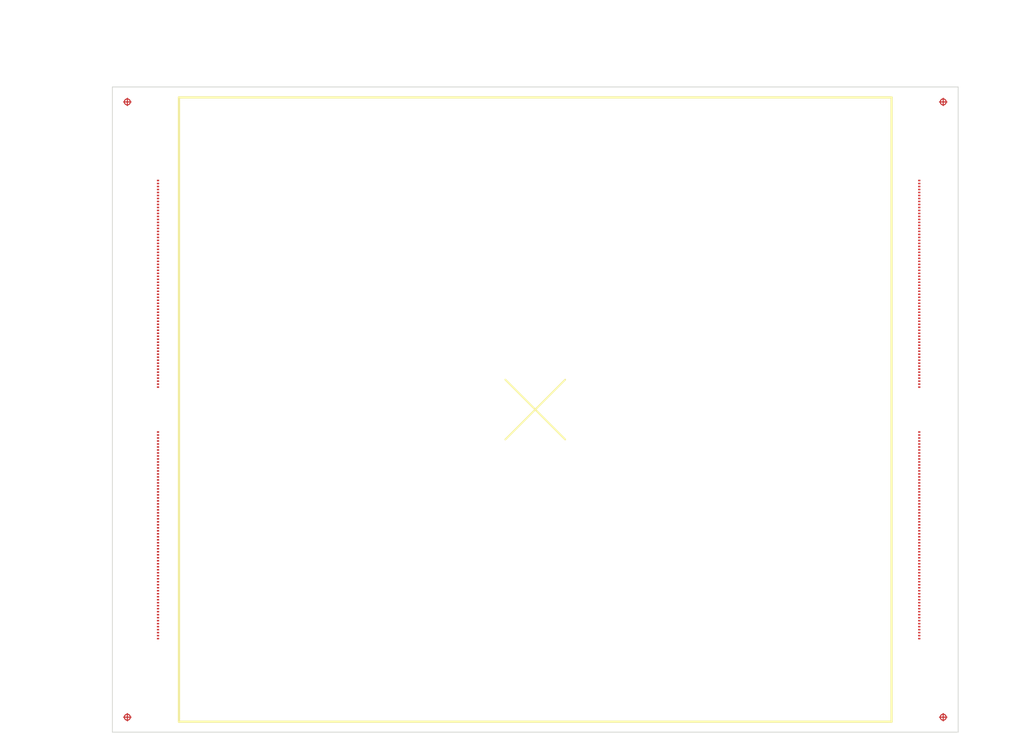
<source format=kicad_pcb>
(kicad_pcb (version 20171130) (host pcbnew "(5.1.10)-1")

  (general
    (thickness 1.6)
    (drawings 16)
    (tracks 0)
    (zones 0)
    (modules 12)
    (nets 1)
  )

  (page A4)
  (layers
    (0 F.Cu signal)
    (31 B.Cu signal)
    (32 B.Adhes user)
    (33 F.Adhes user)
    (34 B.Paste user)
    (35 F.Paste user)
    (36 B.SilkS user)
    (37 F.SilkS user)
    (38 B.Mask user)
    (39 F.Mask user)
    (40 Dwgs.User user)
    (41 Cmts.User user)
    (42 Eco1.User user)
    (43 Eco2.User user hide)
    (44 Edge.Cuts user)
    (45 Margin user hide)
    (46 B.CrtYd user hide)
    (47 F.CrtYd user hide)
    (48 B.Fab user hide)
    (49 F.Fab user hide)
  )

  (setup
    (last_trace_width 0.25)
    (trace_clearance 0.2)
    (zone_clearance 0.508)
    (zone_45_only no)
    (trace_min 0.2)
    (via_size 0.8)
    (via_drill 0.4)
    (via_min_size 0.4)
    (via_min_drill 0.3)
    (uvia_size 0.3)
    (uvia_drill 0.1)
    (uvias_allowed no)
    (uvia_min_size 0.2)
    (uvia_min_drill 0.1)
    (edge_width 0.05)
    (segment_width 0.2)
    (pcb_text_width 0.3)
    (pcb_text_size 1.5 1.5)
    (mod_edge_width 0.12)
    (mod_text_size 1 1)
    (mod_text_width 0.15)
    (pad_size 2.5 2.5)
    (pad_drill 2.5)
    (pad_to_mask_clearance 0)
    (aux_axis_origin 0 0)
    (visible_elements 7FFFFFFF)
    (pcbplotparams
      (layerselection 0x010a8_7fffffff)
      (usegerberextensions false)
      (usegerberattributes true)
      (usegerberadvancedattributes true)
      (creategerberjobfile true)
      (excludeedgelayer true)
      (linewidth 0.100000)
      (plotframeref false)
      (viasonmask false)
      (mode 1)
      (useauxorigin false)
      (hpglpennumber 1)
      (hpglpenspeed 20)
      (hpglpendiameter 15.000000)
      (psnegative false)
      (psa4output false)
      (plotreference true)
      (plotvalue true)
      (plotinvisibletext false)
      (padsonsilk false)
      (subtractmaskfromsilk false)
      (outputformat 1)
      (mirror false)
      (drillshape 0)
      (scaleselection 1)
      (outputdirectory "fab_outputs/"))
  )

  (net 0 "")

  (net_class Default "This is the default net class."
    (clearance 0.2)
    (trace_width 0.25)
    (via_dia 0.8)
    (via_drill 0.4)
    (uvia_dia 0.3)
    (uvia_drill 0.1)
  )

  (module unl_silab:crossed_circle_fiducial (layer F.Cu) (tedit 5DEEB95A) (tstamp 5FA4CBE0)
    (at 190.12 115.76)
    (fp_text reference REF** (at 0 0) (layer F.Fab) hide
      (effects (font (size 1 1) (thickness 0.15)))
    )
    (fp_text value crossed_circle_fiducial (at 0 0) (layer F.Fab) hide
      (effects (font (size 1 1) (thickness 0.15)))
    )
    (fp_circle (center 0 0) (end 0.01 0) (layer F.Mask) (width 0.6))
    (fp_line (start 0.25 0) (end -0.25 0) (layer F.Cu) (width 0.07))
    (fp_line (start 0 -0.25) (end 0 0.25) (layer F.Cu) (width 0.07))
    (fp_circle (center 0 0) (end 0.2 0) (layer F.Cu) (width 0.07))
  )

  (module unl_silab:crossed_circle_fiducial (layer F.Cu) (tedit 5DEEB95A) (tstamp 5FA4CBE0)
    (at 135.62 115.76)
    (fp_text reference REF** (at 0 0) (layer F.Fab) hide
      (effects (font (size 1 1) (thickness 0.15)))
    )
    (fp_text value crossed_circle_fiducial (at 0 0) (layer F.Fab) hide
      (effects (font (size 1 1) (thickness 0.15)))
    )
    (fp_circle (center 0 0) (end 0.01 0) (layer F.Mask) (width 0.6))
    (fp_line (start 0.25 0) (end -0.25 0) (layer F.Cu) (width 0.07))
    (fp_line (start 0 -0.25) (end 0 0.25) (layer F.Cu) (width 0.07))
    (fp_circle (center 0 0) (end 0.2 0) (layer F.Cu) (width 0.07))
  )

  (module unl_silab:crossed_circle_fiducial (layer F.Cu) (tedit 5DEEB95A) (tstamp 5FA4CB92)
    (at 190.12 74.66)
    (fp_text reference REF** (at 0 0) (layer B.Fab) hide
      (effects (font (size 1 1) (thickness 0.15)))
    )
    (fp_text value crossed_circle_fiducial (at 0 0) (layer F.Fab) hide
      (effects (font (size 1 1) (thickness 0.15)))
    )
    (fp_circle (center 0 0) (end 0.01 0) (layer F.Mask) (width 0.6))
    (fp_line (start 0.25 0) (end -0.25 0) (layer F.Cu) (width 0.07))
    (fp_line (start 0 -0.25) (end 0 0.25) (layer F.Cu) (width 0.07))
    (fp_circle (center 0 0) (end 0.2 0) (layer F.Cu) (width 0.07))
  )

  (module MountingHole:MountingHole_2.5mm (layer F.Cu) (tedit 56D1B4CB) (tstamp 5FA4C721)
    (at 188.62 77.16)
    (descr "Mounting Hole 2.5mm, no annular")
    (tags "mounting hole 2.5mm no annular")
    (attr virtual)
    (fp_text reference REF** (at 0 -3.5) (layer F.Fab) hide
      (effects (font (size 1 1) (thickness 0.15)))
    )
    (fp_text value MountingHole_2.5mm (at 0 3.5) (layer F.Fab)
      (effects (font (size 1 1) (thickness 0.15)))
    )
    (fp_circle (center 0 0) (end 2.75 0) (layer F.CrtYd) (width 0.05))
    (fp_circle (center 0 0) (end 2.5 0) (layer Cmts.User) (width 0.15))
    (fp_text user %R (at 0.3 0) (layer F.Fab)
      (effects (font (size 1 1) (thickness 0.15)))
    )
    (pad 1 np_thru_hole circle (at 0 0) (size 2.5 2.5) (drill 2.5) (layers *.Cu *.Mask))
  )

  (module MountingHole:MountingHole_2.5mm (layer F.Cu) (tedit 56D1B4CB) (tstamp 5FA4C721)
    (at 188.62 113.26)
    (descr "Mounting Hole 2.5mm, no annular")
    (tags "mounting hole 2.5mm no annular")
    (attr virtual)
    (fp_text reference REF** (at 0 -3.5) (layer F.Fab) hide
      (effects (font (size 1 1) (thickness 0.15)))
    )
    (fp_text value MountingHole_2.5mm (at 0 3.5) (layer F.Fab)
      (effects (font (size 1 1) (thickness 0.15)))
    )
    (fp_circle (center 0 0) (end 2.75 0) (layer F.CrtYd) (width 0.05))
    (fp_circle (center 0 0) (end 2.5 0) (layer Cmts.User) (width 0.15))
    (fp_text user %R (at 0.3 0) (layer F.Fab)
      (effects (font (size 1 1) (thickness 0.15)))
    )
    (pad 1 np_thru_hole circle (at 0 0) (size 2.5 2.5) (drill 2.5) (layers *.Cu *.Mask))
  )

  (module MountingHole:MountingHole_2.5mm (layer F.Cu) (tedit 56D1B4CB) (tstamp 5FA4C721)
    (at 137.12 113.26)
    (descr "Mounting Hole 2.5mm, no annular")
    (tags "mounting hole 2.5mm no annular")
    (attr virtual)
    (fp_text reference REF** (at 0 -3.5) (layer F.Fab) hide
      (effects (font (size 1 1) (thickness 0.15)))
    )
    (fp_text value MountingHole_2.5mm (at 0 3.5) (layer F.Fab)
      (effects (font (size 1 1) (thickness 0.15)))
    )
    (fp_circle (center 0 0) (end 2.75 0) (layer F.CrtYd) (width 0.05))
    (fp_circle (center 0 0) (end 2.5 0) (layer Cmts.User) (width 0.15))
    (fp_text user %R (at 0.3 0) (layer F.Fab)
      (effects (font (size 1 1) (thickness 0.15)))
    )
    (pad 1 np_thru_hole circle (at 0 0) (size 2.5 2.5) (drill 2.5) (layers *.Cu *.Mask))
  )

  (module MountingHole:MountingHole_2.5mm (layer F.Cu) (tedit 56D1B4CB) (tstamp 5FA4C6EC)
    (at 137.12 77.16)
    (descr "Mounting Hole 2.5mm, no annular")
    (tags "mounting hole 2.5mm no annular")
    (attr virtual)
    (fp_text reference REF** (at 0 -3.5) (layer F.Fab) hide
      (effects (font (size 1 1) (thickness 0.15)))
    )
    (fp_text value MountingHole_2.5mm (at 0 3.5) (layer F.Fab)
      (effects (font (size 1 1) (thickness 0.15)))
    )
    (fp_circle (center 0 0) (end 2.75 0) (layer F.CrtYd) (width 0.05))
    (fp_circle (center 0 0) (end 2.5 0) (layer Cmts.User) (width 0.15))
    (fp_text user %R (at 0.3 0) (layer F.Fab)
      (effects (font (size 1 1) (thickness 0.15)))
    )
    (pad 1 np_thru_hole circle (at 0 0) (size 2.5 2.5) (drill 2.5) (layers *.Cu *.Mask))
  )

  (module unl_silab:crossed_circle_fiducial (layer F.Cu) (tedit 5DEEB95A) (tstamp 5FA4C58C)
    (at 135.62 74.66)
    (fp_text reference REF** (at 0 0) (layer F.Fab) hide
      (effects (font (size 1 1) (thickness 0.15)))
    )
    (fp_text value crossed_circle_fiducial (at 0 0) (layer F.Fab) hide
      (effects (font (size 1 1) (thickness 0.15)))
    )
    (fp_circle (center 0 0) (end 0.01 0) (layer F.Mask) (width 0.6))
    (fp_line (start 0.25 0) (end -0.25 0) (layer F.Cu) (width 0.07))
    (fp_line (start 0 -0.25) (end 0 0.25) (layer F.Cu) (width 0.07))
    (fp_circle (center 0 0) (end 0.2 0) (layer F.Cu) (width 0.07))
  )

  (module unl_silab:ETROC_70pad_100x150um_200um_pitch (layer F.Cu) (tedit 5E45C4FB) (tstamp 5FA4C13F)
    (at 188.52 110.51 90)
    (fp_text reference ETROC** (at 0 0.5 90) (layer F.Fab) hide
      (effects (font (size 1 1) (thickness 0.15)))
    )
    (fp_text value ETROC_70pad_100x150um_200um_pitch (at 0 -0.5 90) (layer F.Fab) hide
      (effects (font (size 1 1) (thickness 0.15)))
    )
    (pad 1 smd rect (at 0 0 90) (size 0.1 0.15) (layers F.Cu F.Mask))
    (pad 2 smd rect (at 0.2 0 90) (size 0.1 0.15) (layers F.Cu F.Mask))
    (pad 3 smd rect (at 0.4 0 90) (size 0.1 0.15) (layers F.Cu F.Mask))
    (pad 4 smd rect (at 0.6 0 90) (size 0.1 0.15) (layers F.Cu F.Mask))
    (pad 5 smd rect (at 0.8 0 90) (size 0.1 0.15) (layers F.Cu F.Mask))
    (pad 6 smd rect (at 1 0 90) (size 0.1 0.15) (layers F.Cu F.Mask))
    (pad 7 smd rect (at 1.2 0 90) (size 0.1 0.15) (layers F.Cu F.Mask))
    (pad 8 smd rect (at 1.4 0 90) (size 0.1 0.15) (layers F.Cu F.Mask))
    (pad 9 smd rect (at 1.6 0 90) (size 0.1 0.15) (layers F.Cu F.Mask))
    (pad 10 smd rect (at 1.8 0 90) (size 0.1 0.15) (layers F.Cu F.Mask))
    (pad 11 smd rect (at 2 0 90) (size 0.1 0.15) (layers F.Cu F.Mask))
    (pad 12 smd rect (at 2.2 0 90) (size 0.1 0.15) (layers F.Cu F.Mask))
    (pad 13 smd rect (at 2.4 0 90) (size 0.1 0.15) (layers F.Cu F.Mask))
    (pad 14 smd rect (at 2.6 0 90) (size 0.1 0.15) (layers F.Cu F.Mask))
    (pad 15 smd rect (at 2.8 0 90) (size 0.1 0.15) (layers F.Cu F.Mask))
    (pad 16 smd rect (at 3 0 90) (size 0.1 0.15) (layers F.Cu F.Mask))
    (pad 17 smd rect (at 3.2 0 90) (size 0.1 0.15) (layers F.Cu F.Mask))
    (pad 18 smd rect (at 3.4 0 90) (size 0.1 0.15) (layers F.Cu F.Mask))
    (pad 19 smd rect (at 3.6 0 90) (size 0.1 0.15) (layers F.Cu F.Mask))
    (pad 20 smd rect (at 3.8 0 90) (size 0.1 0.15) (layers F.Cu F.Mask))
    (pad 21 smd rect (at 4 0 90) (size 0.1 0.15) (layers F.Cu F.Mask))
    (pad 22 smd rect (at 4.2 0 90) (size 0.1 0.15) (layers F.Cu F.Mask))
    (pad 23 smd rect (at 4.4 0 90) (size 0.1 0.15) (layers F.Cu F.Mask))
    (pad 24 smd rect (at 4.6 0 90) (size 0.1 0.15) (layers F.Cu F.Mask))
    (pad 25 smd rect (at 4.8 0 90) (size 0.1 0.15) (layers F.Cu F.Mask))
    (pad 26 smd rect (at 5 0 90) (size 0.1 0.15) (layers F.Cu F.Mask))
    (pad 27 smd rect (at 5.2 0 90) (size 0.1 0.15) (layers F.Cu F.Mask))
    (pad 28 smd rect (at 5.4 0 90) (size 0.1 0.15) (layers F.Cu F.Mask))
    (pad 29 smd rect (at 5.6 0 90) (size 0.1 0.15) (layers F.Cu F.Mask))
    (pad 30 smd rect (at 5.8 0 90) (size 0.1 0.15) (layers F.Cu F.Mask))
    (pad 31 smd rect (at 6 0 90) (size 0.1 0.15) (layers F.Cu F.Mask))
    (pad 32 smd rect (at 6.2 0 90) (size 0.1 0.15) (layers F.Cu F.Mask))
    (pad 33 smd rect (at 6.4 0 90) (size 0.1 0.15) (layers F.Cu F.Mask))
    (pad 34 smd rect (at 6.6 0 90) (size 0.1 0.15) (layers F.Cu F.Mask))
    (pad 35 smd rect (at 6.8 0 90) (size 0.1 0.15) (layers F.Cu F.Mask))
    (pad 36 smd rect (at 7 0 90) (size 0.1 0.15) (layers F.Cu F.Mask))
    (pad 37 smd rect (at 7.2 0 90) (size 0.1 0.15) (layers F.Cu F.Mask))
    (pad 38 smd rect (at 7.4 0 90) (size 0.1 0.15) (layers F.Cu F.Mask))
    (pad 39 smd rect (at 7.6 0 90) (size 0.1 0.15) (layers F.Cu F.Mask))
    (pad 40 smd rect (at 7.8 0 90) (size 0.1 0.15) (layers F.Cu F.Mask))
    (pad 41 smd rect (at 8 0 90) (size 0.1 0.15) (layers F.Cu F.Mask))
    (pad 42 smd rect (at 8.2 0 90) (size 0.1 0.15) (layers F.Cu F.Mask))
    (pad 43 smd rect (at 8.4 0 90) (size 0.1 0.15) (layers F.Cu F.Mask))
    (pad 44 smd rect (at 8.6 0 90) (size 0.1 0.15) (layers F.Cu F.Mask))
    (pad 45 smd rect (at 8.8 0 90) (size 0.1 0.15) (layers F.Cu F.Mask))
    (pad 46 smd rect (at 9 0 90) (size 0.1 0.15) (layers F.Cu F.Mask))
    (pad 47 smd rect (at 9.2 0 90) (size 0.1 0.15) (layers F.Cu F.Mask))
    (pad 48 smd rect (at 9.4 0 90) (size 0.1 0.15) (layers F.Cu F.Mask))
    (pad 49 smd rect (at 9.6 0 90) (size 0.1 0.15) (layers F.Cu F.Mask))
    (pad 50 smd rect (at 9.8 0 90) (size 0.1 0.15) (layers F.Cu F.Mask))
    (pad 51 smd rect (at 10 0 90) (size 0.1 0.15) (layers F.Cu F.Mask))
    (pad 52 smd rect (at 10.2 0 90) (size 0.1 0.15) (layers F.Cu F.Mask))
    (pad 53 smd rect (at 10.4 0 90) (size 0.1 0.15) (layers F.Cu F.Mask))
    (pad 54 smd rect (at 10.6 0 90) (size 0.1 0.15) (layers F.Cu F.Mask))
    (pad 55 smd rect (at 10.8 0 90) (size 0.1 0.15) (layers F.Cu F.Mask))
    (pad 56 smd rect (at 11 0 90) (size 0.1 0.15) (layers F.Cu F.Mask))
    (pad 57 smd rect (at 11.2 0 90) (size 0.1 0.15) (layers F.Cu F.Mask))
    (pad 58 smd rect (at 11.4 0 90) (size 0.1 0.15) (layers F.Cu F.Mask))
    (pad 59 smd rect (at 11.6 0 90) (size 0.1 0.15) (layers F.Cu F.Mask))
    (pad 60 smd rect (at 11.8 0 90) (size 0.1 0.15) (layers F.Cu F.Mask))
    (pad 61 smd rect (at 12 0 90) (size 0.1 0.15) (layers F.Cu F.Mask))
    (pad 62 smd rect (at 12.2 0 90) (size 0.1 0.15) (layers F.Cu F.Mask))
    (pad 63 smd rect (at 12.4 0 90) (size 0.1 0.15) (layers F.Cu F.Mask))
    (pad 64 smd rect (at 12.6 0 90) (size 0.1 0.15) (layers F.Cu F.Mask))
    (pad 65 smd rect (at 12.8 0 90) (size 0.1 0.15) (layers F.Cu F.Mask))
    (pad 66 smd rect (at 13 0 90) (size 0.1 0.15) (layers F.Cu F.Mask))
    (pad 67 smd rect (at 13.2 0 90) (size 0.1 0.15) (layers F.Cu F.Mask))
    (pad 68 smd rect (at 13.4 0 90) (size 0.1 0.15) (layers F.Cu F.Mask))
    (pad 69 smd rect (at 13.6 0 90) (size 0.1 0.15) (layers F.Cu F.Mask))
    (pad 70 smd rect (at 13.8 0 90) (size 0.1 0.15) (layers F.Cu F.Mask))
  )

  (module unl_silab:ETROC_70pad_100x150um_200um_pitch (layer F.Cu) (tedit 5E45C4FB) (tstamp 5FA4C0F6)
    (at 188.52 79.91 270)
    (fp_text reference ETROC** (at 0 0.5 90) (layer B.Fab) hide
      (effects (font (size 1 1) (thickness 0.15)))
    )
    (fp_text value ETROC_70pad_100x150um_200um_pitch (at 0 -0.5 90) (layer F.Fab) hide
      (effects (font (size 1 1) (thickness 0.15)))
    )
    (pad 1 smd rect (at 0 0 270) (size 0.1 0.15) (layers F.Cu F.Mask))
    (pad 2 smd rect (at 0.2 0 270) (size 0.1 0.15) (layers F.Cu F.Mask))
    (pad 3 smd rect (at 0.4 0 270) (size 0.1 0.15) (layers F.Cu F.Mask))
    (pad 4 smd rect (at 0.6 0 270) (size 0.1 0.15) (layers F.Cu F.Mask))
    (pad 5 smd rect (at 0.8 0 270) (size 0.1 0.15) (layers F.Cu F.Mask))
    (pad 6 smd rect (at 1 0 270) (size 0.1 0.15) (layers F.Cu F.Mask))
    (pad 7 smd rect (at 1.2 0 270) (size 0.1 0.15) (layers F.Cu F.Mask))
    (pad 8 smd rect (at 1.4 0 270) (size 0.1 0.15) (layers F.Cu F.Mask))
    (pad 9 smd rect (at 1.6 0 270) (size 0.1 0.15) (layers F.Cu F.Mask))
    (pad 10 smd rect (at 1.8 0 270) (size 0.1 0.15) (layers F.Cu F.Mask))
    (pad 11 smd rect (at 2 0 270) (size 0.1 0.15) (layers F.Cu F.Mask))
    (pad 12 smd rect (at 2.2 0 270) (size 0.1 0.15) (layers F.Cu F.Mask))
    (pad 13 smd rect (at 2.4 0 270) (size 0.1 0.15) (layers F.Cu F.Mask))
    (pad 14 smd rect (at 2.6 0 270) (size 0.1 0.15) (layers F.Cu F.Mask))
    (pad 15 smd rect (at 2.8 0 270) (size 0.1 0.15) (layers F.Cu F.Mask))
    (pad 16 smd rect (at 3 0 270) (size 0.1 0.15) (layers F.Cu F.Mask))
    (pad 17 smd rect (at 3.2 0 270) (size 0.1 0.15) (layers F.Cu F.Mask))
    (pad 18 smd rect (at 3.4 0 270) (size 0.1 0.15) (layers F.Cu F.Mask))
    (pad 19 smd rect (at 3.6 0 270) (size 0.1 0.15) (layers F.Cu F.Mask))
    (pad 20 smd rect (at 3.8 0 270) (size 0.1 0.15) (layers F.Cu F.Mask))
    (pad 21 smd rect (at 4 0 270) (size 0.1 0.15) (layers F.Cu F.Mask))
    (pad 22 smd rect (at 4.2 0 270) (size 0.1 0.15) (layers F.Cu F.Mask))
    (pad 23 smd rect (at 4.4 0 270) (size 0.1 0.15) (layers F.Cu F.Mask))
    (pad 24 smd rect (at 4.6 0 270) (size 0.1 0.15) (layers F.Cu F.Mask))
    (pad 25 smd rect (at 4.8 0 270) (size 0.1 0.15) (layers F.Cu F.Mask))
    (pad 26 smd rect (at 5 0 270) (size 0.1 0.15) (layers F.Cu F.Mask))
    (pad 27 smd rect (at 5.2 0 270) (size 0.1 0.15) (layers F.Cu F.Mask))
    (pad 28 smd rect (at 5.4 0 270) (size 0.1 0.15) (layers F.Cu F.Mask))
    (pad 29 smd rect (at 5.6 0 270) (size 0.1 0.15) (layers F.Cu F.Mask))
    (pad 30 smd rect (at 5.8 0 270) (size 0.1 0.15) (layers F.Cu F.Mask))
    (pad 31 smd rect (at 6 0 270) (size 0.1 0.15) (layers F.Cu F.Mask))
    (pad 32 smd rect (at 6.2 0 270) (size 0.1 0.15) (layers F.Cu F.Mask))
    (pad 33 smd rect (at 6.4 0 270) (size 0.1 0.15) (layers F.Cu F.Mask))
    (pad 34 smd rect (at 6.6 0 270) (size 0.1 0.15) (layers F.Cu F.Mask))
    (pad 35 smd rect (at 6.8 0 270) (size 0.1 0.15) (layers F.Cu F.Mask))
    (pad 36 smd rect (at 7 0 270) (size 0.1 0.15) (layers F.Cu F.Mask))
    (pad 37 smd rect (at 7.2 0 270) (size 0.1 0.15) (layers F.Cu F.Mask))
    (pad 38 smd rect (at 7.4 0 270) (size 0.1 0.15) (layers F.Cu F.Mask))
    (pad 39 smd rect (at 7.6 0 270) (size 0.1 0.15) (layers F.Cu F.Mask))
    (pad 40 smd rect (at 7.8 0 270) (size 0.1 0.15) (layers F.Cu F.Mask))
    (pad 41 smd rect (at 8 0 270) (size 0.1 0.15) (layers F.Cu F.Mask))
    (pad 42 smd rect (at 8.2 0 270) (size 0.1 0.15) (layers F.Cu F.Mask))
    (pad 43 smd rect (at 8.4 0 270) (size 0.1 0.15) (layers F.Cu F.Mask))
    (pad 44 smd rect (at 8.6 0 270) (size 0.1 0.15) (layers F.Cu F.Mask))
    (pad 45 smd rect (at 8.8 0 270) (size 0.1 0.15) (layers F.Cu F.Mask))
    (pad 46 smd rect (at 9 0 270) (size 0.1 0.15) (layers F.Cu F.Mask))
    (pad 47 smd rect (at 9.2 0 270) (size 0.1 0.15) (layers F.Cu F.Mask))
    (pad 48 smd rect (at 9.4 0 270) (size 0.1 0.15) (layers F.Cu F.Mask))
    (pad 49 smd rect (at 9.6 0 270) (size 0.1 0.15) (layers F.Cu F.Mask))
    (pad 50 smd rect (at 9.8 0 270) (size 0.1 0.15) (layers F.Cu F.Mask))
    (pad 51 smd rect (at 10 0 270) (size 0.1 0.15) (layers F.Cu F.Mask))
    (pad 52 smd rect (at 10.2 0 270) (size 0.1 0.15) (layers F.Cu F.Mask))
    (pad 53 smd rect (at 10.4 0 270) (size 0.1 0.15) (layers F.Cu F.Mask))
    (pad 54 smd rect (at 10.6 0 270) (size 0.1 0.15) (layers F.Cu F.Mask))
    (pad 55 smd rect (at 10.8 0 270) (size 0.1 0.15) (layers F.Cu F.Mask))
    (pad 56 smd rect (at 11 0 270) (size 0.1 0.15) (layers F.Cu F.Mask))
    (pad 57 smd rect (at 11.2 0 270) (size 0.1 0.15) (layers F.Cu F.Mask))
    (pad 58 smd rect (at 11.4 0 270) (size 0.1 0.15) (layers F.Cu F.Mask))
    (pad 59 smd rect (at 11.6 0 270) (size 0.1 0.15) (layers F.Cu F.Mask))
    (pad 60 smd rect (at 11.8 0 270) (size 0.1 0.15) (layers F.Cu F.Mask))
    (pad 61 smd rect (at 12 0 270) (size 0.1 0.15) (layers F.Cu F.Mask))
    (pad 62 smd rect (at 12.2 0 270) (size 0.1 0.15) (layers F.Cu F.Mask))
    (pad 63 smd rect (at 12.4 0 270) (size 0.1 0.15) (layers F.Cu F.Mask))
    (pad 64 smd rect (at 12.6 0 270) (size 0.1 0.15) (layers F.Cu F.Mask))
    (pad 65 smd rect (at 12.8 0 270) (size 0.1 0.15) (layers F.Cu F.Mask))
    (pad 66 smd rect (at 13 0 270) (size 0.1 0.15) (layers F.Cu F.Mask))
    (pad 67 smd rect (at 13.2 0 270) (size 0.1 0.15) (layers F.Cu F.Mask))
    (pad 68 smd rect (at 13.4 0 270) (size 0.1 0.15) (layers F.Cu F.Mask))
    (pad 69 smd rect (at 13.6 0 270) (size 0.1 0.15) (layers F.Cu F.Mask))
    (pad 70 smd rect (at 13.8 0 270) (size 0.1 0.15) (layers F.Cu F.Mask))
  )

  (module unl_silab:ETROC_70pad_100x150um_200um_pitch (layer F.Cu) (tedit 5E45C4FB) (tstamp 5FA4BC33)
    (at 137.67 79.91 270)
    (fp_text reference ETROC** (at 0 0.5 90) (layer F.Fab) hide
      (effects (font (size 1 1) (thickness 0.15)))
    )
    (fp_text value ETROC_70pad_100x150um_200um_pitch (at 0 -0.5 90) (layer F.Fab) hide
      (effects (font (size 1 1) (thickness 0.15)))
    )
    (pad 70 smd rect (at 13.8 0 270) (size 0.1 0.15) (layers F.Cu F.Mask))
    (pad 69 smd rect (at 13.6 0 270) (size 0.1 0.15) (layers F.Cu F.Mask))
    (pad 68 smd rect (at 13.4 0 270) (size 0.1 0.15) (layers F.Cu F.Mask))
    (pad 67 smd rect (at 13.2 0 270) (size 0.1 0.15) (layers F.Cu F.Mask))
    (pad 66 smd rect (at 13 0 270) (size 0.1 0.15) (layers F.Cu F.Mask))
    (pad 65 smd rect (at 12.8 0 270) (size 0.1 0.15) (layers F.Cu F.Mask))
    (pad 64 smd rect (at 12.6 0 270) (size 0.1 0.15) (layers F.Cu F.Mask))
    (pad 63 smd rect (at 12.4 0 270) (size 0.1 0.15) (layers F.Cu F.Mask))
    (pad 62 smd rect (at 12.2 0 270) (size 0.1 0.15) (layers F.Cu F.Mask))
    (pad 61 smd rect (at 12 0 270) (size 0.1 0.15) (layers F.Cu F.Mask))
    (pad 60 smd rect (at 11.8 0 270) (size 0.1 0.15) (layers F.Cu F.Mask))
    (pad 59 smd rect (at 11.6 0 270) (size 0.1 0.15) (layers F.Cu F.Mask))
    (pad 58 smd rect (at 11.4 0 270) (size 0.1 0.15) (layers F.Cu F.Mask))
    (pad 57 smd rect (at 11.2 0 270) (size 0.1 0.15) (layers F.Cu F.Mask))
    (pad 56 smd rect (at 11 0 270) (size 0.1 0.15) (layers F.Cu F.Mask))
    (pad 55 smd rect (at 10.8 0 270) (size 0.1 0.15) (layers F.Cu F.Mask))
    (pad 54 smd rect (at 10.6 0 270) (size 0.1 0.15) (layers F.Cu F.Mask))
    (pad 53 smd rect (at 10.4 0 270) (size 0.1 0.15) (layers F.Cu F.Mask))
    (pad 52 smd rect (at 10.2 0 270) (size 0.1 0.15) (layers F.Cu F.Mask))
    (pad 51 smd rect (at 10 0 270) (size 0.1 0.15) (layers F.Cu F.Mask))
    (pad 50 smd rect (at 9.8 0 270) (size 0.1 0.15) (layers F.Cu F.Mask))
    (pad 49 smd rect (at 9.6 0 270) (size 0.1 0.15) (layers F.Cu F.Mask))
    (pad 48 smd rect (at 9.4 0 270) (size 0.1 0.15) (layers F.Cu F.Mask))
    (pad 47 smd rect (at 9.2 0 270) (size 0.1 0.15) (layers F.Cu F.Mask))
    (pad 46 smd rect (at 9 0 270) (size 0.1 0.15) (layers F.Cu F.Mask))
    (pad 45 smd rect (at 8.8 0 270) (size 0.1 0.15) (layers F.Cu F.Mask))
    (pad 44 smd rect (at 8.6 0 270) (size 0.1 0.15) (layers F.Cu F.Mask))
    (pad 43 smd rect (at 8.4 0 270) (size 0.1 0.15) (layers F.Cu F.Mask))
    (pad 42 smd rect (at 8.2 0 270) (size 0.1 0.15) (layers F.Cu F.Mask))
    (pad 41 smd rect (at 8 0 270) (size 0.1 0.15) (layers F.Cu F.Mask))
    (pad 40 smd rect (at 7.8 0 270) (size 0.1 0.15) (layers F.Cu F.Mask))
    (pad 39 smd rect (at 7.6 0 270) (size 0.1 0.15) (layers F.Cu F.Mask))
    (pad 38 smd rect (at 7.4 0 270) (size 0.1 0.15) (layers F.Cu F.Mask))
    (pad 37 smd rect (at 7.2 0 270) (size 0.1 0.15) (layers F.Cu F.Mask))
    (pad 36 smd rect (at 7 0 270) (size 0.1 0.15) (layers F.Cu F.Mask))
    (pad 35 smd rect (at 6.8 0 270) (size 0.1 0.15) (layers F.Cu F.Mask))
    (pad 34 smd rect (at 6.6 0 270) (size 0.1 0.15) (layers F.Cu F.Mask))
    (pad 33 smd rect (at 6.4 0 270) (size 0.1 0.15) (layers F.Cu F.Mask))
    (pad 32 smd rect (at 6.2 0 270) (size 0.1 0.15) (layers F.Cu F.Mask))
    (pad 31 smd rect (at 6 0 270) (size 0.1 0.15) (layers F.Cu F.Mask))
    (pad 30 smd rect (at 5.8 0 270) (size 0.1 0.15) (layers F.Cu F.Mask))
    (pad 29 smd rect (at 5.6 0 270) (size 0.1 0.15) (layers F.Cu F.Mask))
    (pad 28 smd rect (at 5.4 0 270) (size 0.1 0.15) (layers F.Cu F.Mask))
    (pad 27 smd rect (at 5.2 0 270) (size 0.1 0.15) (layers F.Cu F.Mask))
    (pad 26 smd rect (at 5 0 270) (size 0.1 0.15) (layers F.Cu F.Mask))
    (pad 25 smd rect (at 4.8 0 270) (size 0.1 0.15) (layers F.Cu F.Mask))
    (pad 24 smd rect (at 4.6 0 270) (size 0.1 0.15) (layers F.Cu F.Mask))
    (pad 23 smd rect (at 4.4 0 270) (size 0.1 0.15) (layers F.Cu F.Mask))
    (pad 22 smd rect (at 4.2 0 270) (size 0.1 0.15) (layers F.Cu F.Mask))
    (pad 21 smd rect (at 4 0 270) (size 0.1 0.15) (layers F.Cu F.Mask))
    (pad 20 smd rect (at 3.8 0 270) (size 0.1 0.15) (layers F.Cu F.Mask))
    (pad 19 smd rect (at 3.6 0 270) (size 0.1 0.15) (layers F.Cu F.Mask))
    (pad 18 smd rect (at 3.4 0 270) (size 0.1 0.15) (layers F.Cu F.Mask))
    (pad 17 smd rect (at 3.2 0 270) (size 0.1 0.15) (layers F.Cu F.Mask))
    (pad 16 smd rect (at 3 0 270) (size 0.1 0.15) (layers F.Cu F.Mask))
    (pad 15 smd rect (at 2.8 0 270) (size 0.1 0.15) (layers F.Cu F.Mask))
    (pad 14 smd rect (at 2.6 0 270) (size 0.1 0.15) (layers F.Cu F.Mask))
    (pad 13 smd rect (at 2.4 0 270) (size 0.1 0.15) (layers F.Cu F.Mask))
    (pad 12 smd rect (at 2.2 0 270) (size 0.1 0.15) (layers F.Cu F.Mask))
    (pad 11 smd rect (at 2 0 270) (size 0.1 0.15) (layers F.Cu F.Mask))
    (pad 10 smd rect (at 1.8 0 270) (size 0.1 0.15) (layers F.Cu F.Mask))
    (pad 9 smd rect (at 1.6 0 270) (size 0.1 0.15) (layers F.Cu F.Mask))
    (pad 8 smd rect (at 1.4 0 270) (size 0.1 0.15) (layers F.Cu F.Mask))
    (pad 7 smd rect (at 1.2 0 270) (size 0.1 0.15) (layers F.Cu F.Mask))
    (pad 6 smd rect (at 1 0 270) (size 0.1 0.15) (layers F.Cu F.Mask))
    (pad 5 smd rect (at 0.8 0 270) (size 0.1 0.15) (layers F.Cu F.Mask))
    (pad 4 smd rect (at 0.6 0 270) (size 0.1 0.15) (layers F.Cu F.Mask))
    (pad 3 smd rect (at 0.4 0 270) (size 0.1 0.15) (layers F.Cu F.Mask))
    (pad 2 smd rect (at 0.2 0 270) (size 0.1 0.15) (layers F.Cu F.Mask))
    (pad 1 smd rect (at 0 0 270) (size 0.1 0.15) (layers F.Cu F.Mask))
  )

  (module unl_silab:ETROC_70pad_100x150um_200um_pitch (layer F.Cu) (tedit 5E45C4FB) (tstamp 5FA4B8EC)
    (at 137.67 110.51 90)
    (fp_text reference ETROC** (at 0 0.5 90) (layer F.Fab) hide
      (effects (font (size 1 1) (thickness 0.15)))
    )
    (fp_text value ETROC_70pad_100x150um_200um_pitch (at 0 -0.5 90) (layer F.Fab) hide
      (effects (font (size 1 1) (thickness 0.15)))
    )
    (pad 70 smd rect (at 13.8 0 90) (size 0.1 0.15) (layers F.Cu F.Mask))
    (pad 69 smd rect (at 13.6 0 90) (size 0.1 0.15) (layers F.Cu F.Mask))
    (pad 68 smd rect (at 13.4 0 90) (size 0.1 0.15) (layers F.Cu F.Mask))
    (pad 67 smd rect (at 13.2 0 90) (size 0.1 0.15) (layers F.Cu F.Mask))
    (pad 66 smd rect (at 13 0 90) (size 0.1 0.15) (layers F.Cu F.Mask))
    (pad 65 smd rect (at 12.8 0 90) (size 0.1 0.15) (layers F.Cu F.Mask))
    (pad 64 smd rect (at 12.6 0 90) (size 0.1 0.15) (layers F.Cu F.Mask))
    (pad 63 smd rect (at 12.4 0 90) (size 0.1 0.15) (layers F.Cu F.Mask))
    (pad 62 smd rect (at 12.2 0 90) (size 0.1 0.15) (layers F.Cu F.Mask))
    (pad 61 smd rect (at 12 0 90) (size 0.1 0.15) (layers F.Cu F.Mask))
    (pad 60 smd rect (at 11.8 0 90) (size 0.1 0.15) (layers F.Cu F.Mask))
    (pad 59 smd rect (at 11.6 0 90) (size 0.1 0.15) (layers F.Cu F.Mask))
    (pad 58 smd rect (at 11.4 0 90) (size 0.1 0.15) (layers F.Cu F.Mask))
    (pad 57 smd rect (at 11.2 0 90) (size 0.1 0.15) (layers F.Cu F.Mask))
    (pad 56 smd rect (at 11 0 90) (size 0.1 0.15) (layers F.Cu F.Mask))
    (pad 55 smd rect (at 10.8 0 90) (size 0.1 0.15) (layers F.Cu F.Mask))
    (pad 54 smd rect (at 10.6 0 90) (size 0.1 0.15) (layers F.Cu F.Mask))
    (pad 53 smd rect (at 10.4 0 90) (size 0.1 0.15) (layers F.Cu F.Mask))
    (pad 52 smd rect (at 10.2 0 90) (size 0.1 0.15) (layers F.Cu F.Mask))
    (pad 51 smd rect (at 10 0 90) (size 0.1 0.15) (layers F.Cu F.Mask))
    (pad 50 smd rect (at 9.8 0 90) (size 0.1 0.15) (layers F.Cu F.Mask))
    (pad 49 smd rect (at 9.6 0 90) (size 0.1 0.15) (layers F.Cu F.Mask))
    (pad 48 smd rect (at 9.4 0 90) (size 0.1 0.15) (layers F.Cu F.Mask))
    (pad 47 smd rect (at 9.2 0 90) (size 0.1 0.15) (layers F.Cu F.Mask))
    (pad 46 smd rect (at 9 0 90) (size 0.1 0.15) (layers F.Cu F.Mask))
    (pad 45 smd rect (at 8.8 0 90) (size 0.1 0.15) (layers F.Cu F.Mask))
    (pad 44 smd rect (at 8.6 0 90) (size 0.1 0.15) (layers F.Cu F.Mask))
    (pad 43 smd rect (at 8.4 0 90) (size 0.1 0.15) (layers F.Cu F.Mask))
    (pad 42 smd rect (at 8.2 0 90) (size 0.1 0.15) (layers F.Cu F.Mask))
    (pad 41 smd rect (at 8 0 90) (size 0.1 0.15) (layers F.Cu F.Mask))
    (pad 40 smd rect (at 7.8 0 90) (size 0.1 0.15) (layers F.Cu F.Mask))
    (pad 39 smd rect (at 7.6 0 90) (size 0.1 0.15) (layers F.Cu F.Mask))
    (pad 38 smd rect (at 7.4 0 90) (size 0.1 0.15) (layers F.Cu F.Mask))
    (pad 37 smd rect (at 7.2 0 90) (size 0.1 0.15) (layers F.Cu F.Mask))
    (pad 36 smd rect (at 7 0 90) (size 0.1 0.15) (layers F.Cu F.Mask))
    (pad 35 smd rect (at 6.8 0 90) (size 0.1 0.15) (layers F.Cu F.Mask))
    (pad 34 smd rect (at 6.6 0 90) (size 0.1 0.15) (layers F.Cu F.Mask))
    (pad 33 smd rect (at 6.4 0 90) (size 0.1 0.15) (layers F.Cu F.Mask))
    (pad 32 smd rect (at 6.2 0 90) (size 0.1 0.15) (layers F.Cu F.Mask))
    (pad 31 smd rect (at 6 0 90) (size 0.1 0.15) (layers F.Cu F.Mask))
    (pad 30 smd rect (at 5.8 0 90) (size 0.1 0.15) (layers F.Cu F.Mask))
    (pad 29 smd rect (at 5.6 0 90) (size 0.1 0.15) (layers F.Cu F.Mask))
    (pad 28 smd rect (at 5.4 0 90) (size 0.1 0.15) (layers F.Cu F.Mask))
    (pad 27 smd rect (at 5.2 0 90) (size 0.1 0.15) (layers F.Cu F.Mask))
    (pad 26 smd rect (at 5 0 90) (size 0.1 0.15) (layers F.Cu F.Mask))
    (pad 25 smd rect (at 4.8 0 90) (size 0.1 0.15) (layers F.Cu F.Mask))
    (pad 24 smd rect (at 4.6 0 90) (size 0.1 0.15) (layers F.Cu F.Mask))
    (pad 23 smd rect (at 4.4 0 90) (size 0.1 0.15) (layers F.Cu F.Mask))
    (pad 22 smd rect (at 4.2 0 90) (size 0.1 0.15) (layers F.Cu F.Mask))
    (pad 21 smd rect (at 4 0 90) (size 0.1 0.15) (layers F.Cu F.Mask))
    (pad 20 smd rect (at 3.8 0 90) (size 0.1 0.15) (layers F.Cu F.Mask))
    (pad 19 smd rect (at 3.6 0 90) (size 0.1 0.15) (layers F.Cu F.Mask))
    (pad 18 smd rect (at 3.4 0 90) (size 0.1 0.15) (layers F.Cu F.Mask))
    (pad 17 smd rect (at 3.2 0 90) (size 0.1 0.15) (layers F.Cu F.Mask))
    (pad 16 smd rect (at 3 0 90) (size 0.1 0.15) (layers F.Cu F.Mask))
    (pad 15 smd rect (at 2.8 0 90) (size 0.1 0.15) (layers F.Cu F.Mask))
    (pad 14 smd rect (at 2.6 0 90) (size 0.1 0.15) (layers F.Cu F.Mask))
    (pad 13 smd rect (at 2.4 0 90) (size 0.1 0.15) (layers F.Cu F.Mask))
    (pad 12 smd rect (at 2.2 0 90) (size 0.1 0.15) (layers F.Cu F.Mask))
    (pad 11 smd rect (at 2 0 90) (size 0.1 0.15) (layers F.Cu F.Mask))
    (pad 10 smd rect (at 1.8 0 90) (size 0.1 0.15) (layers F.Cu F.Mask))
    (pad 9 smd rect (at 1.6 0 90) (size 0.1 0.15) (layers F.Cu F.Mask))
    (pad 8 smd rect (at 1.4 0 90) (size 0.1 0.15) (layers F.Cu F.Mask))
    (pad 7 smd rect (at 1.2 0 90) (size 0.1 0.15) (layers F.Cu F.Mask))
    (pad 6 smd rect (at 1 0 90) (size 0.1 0.15) (layers F.Cu F.Mask))
    (pad 5 smd rect (at 0.8 0 90) (size 0.1 0.15) (layers F.Cu F.Mask))
    (pad 4 smd rect (at 0.6 0 90) (size 0.1 0.15) (layers F.Cu F.Mask))
    (pad 3 smd rect (at 0.4 0 90) (size 0.1 0.15) (layers F.Cu F.Mask))
    (pad 2 smd rect (at 0.2 0 90) (size 0.1 0.15) (layers F.Cu F.Mask))
    (pad 1 smd rect (at 0 0 90) (size 0.1 0.15) (layers F.Cu F.Mask))
  )

  (gr_line (start 164.87 93.21) (end 160.87 97.21) (layer F.SilkS) (width 0.12) (tstamp 60AD5762))
  (gr_line (start 160.87 93.21) (end 164.87 97.21) (layer F.SilkS) (width 0.12))
  (dimension 5.5 (width 0.15) (layer Dwgs.User)
    (gr_text "5.500 mm" (at 130.78 76.41 90) (layer Dwgs.User)
      (effects (font (size 1 1) (thickness 0.15)))
    )
    (feature1 (pts (xy 138.62 73.66) (xy 131.493579 73.66)))
    (feature2 (pts (xy 138.62 79.16) (xy 131.493579 79.16)))
    (crossbar (pts (xy 132.08 79.16) (xy 132.08 73.66)))
    (arrow1a (pts (xy 132.08 73.66) (xy 132.666421 74.786504)))
    (arrow1b (pts (xy 132.08 73.66) (xy 131.493579 74.786504)))
    (arrow2a (pts (xy 132.08 79.16) (xy 132.666421 78.033496)))
    (arrow2b (pts (xy 132.08 79.16) (xy 131.493579 78.033496)))
  )
  (dimension 4 (width 0.15) (layer Dwgs.User)
    (gr_text "4.000 mm" (at 136.62 68.55) (layer Dwgs.User)
      (effects (font (size 1 1) (thickness 0.15)))
    )
    (feature1 (pts (xy 134.62 79.16) (xy 134.62 69.263579)))
    (feature2 (pts (xy 138.62 79.16) (xy 138.62 69.263579)))
    (crossbar (pts (xy 138.62 69.85) (xy 134.62 69.85)))
    (arrow1a (pts (xy 134.62 69.85) (xy 135.746504 69.263579)))
    (arrow1b (pts (xy 134.62 69.85) (xy 135.746504 70.436421)))
    (arrow2a (pts (xy 138.62 69.85) (xy 137.493496 69.263579)))
    (arrow2b (pts (xy 138.62 69.85) (xy 137.493496 70.436421)))
  )
  (dimension 47.6 (width 0.15) (layer Dwgs.User)
    (gr_text "47.600 mm" (at 162.87 76.61) (layer Dwgs.User)
      (effects (font (size 1 1) (thickness 0.15)))
    )
    (feature1 (pts (xy 139.07 74.36) (xy 139.07 75.896421)))
    (feature2 (pts (xy 186.67 74.36) (xy 186.67 75.896421)))
    (crossbar (pts (xy 186.67 75.31) (xy 139.07 75.31)))
    (arrow1a (pts (xy 139.07 75.31) (xy 140.196504 74.723579)))
    (arrow1b (pts (xy 139.07 75.31) (xy 140.196504 75.896421)))
    (arrow2a (pts (xy 186.67 75.31) (xy 185.543496 74.723579)))
    (arrow2b (pts (xy 186.67 75.31) (xy 185.543496 75.896421)))
  )
  (dimension 41.7 (width 0.15) (layer Dwgs.User)
    (gr_text "41.700 mm" (at 182.92 95.21 90) (layer Dwgs.User)
      (effects (font (size 1 1) (thickness 0.15)))
    )
    (feature1 (pts (xy 186.67 74.36) (xy 183.633579 74.36)))
    (feature2 (pts (xy 186.67 116.06) (xy 183.633579 116.06)))
    (crossbar (pts (xy 184.22 116.06) (xy 184.22 74.36)))
    (arrow1a (pts (xy 184.22 74.36) (xy 184.806421 75.486504)))
    (arrow1b (pts (xy 184.22 74.36) (xy 183.633579 75.486504)))
    (arrow2a (pts (xy 184.22 116.06) (xy 184.806421 114.933496)))
    (arrow2b (pts (xy 184.22 116.06) (xy 183.633579 114.933496)))
  )
  (dimension 43.1 (width 0.15) (layer Dwgs.User)
    (gr_text "43.100 mm" (at 194.17 95.21 270) (layer Dwgs.User)
      (effects (font (size 1 1) (thickness 0.15)))
    )
    (feature1 (pts (xy 191.12 116.76) (xy 193.456421 116.76)))
    (feature2 (pts (xy 191.12 73.66) (xy 193.456421 73.66)))
    (crossbar (pts (xy 192.87 73.66) (xy 192.87 116.76)))
    (arrow1a (pts (xy 192.87 116.76) (xy 192.283579 115.633496)))
    (arrow1b (pts (xy 192.87 116.76) (xy 193.456421 115.633496)))
    (arrow2a (pts (xy 192.87 73.66) (xy 192.283579 74.786504)))
    (arrow2b (pts (xy 192.87 73.66) (xy 193.456421 74.786504)))
  )
  (dimension 56.5 (width 0.15) (layer Dwgs.User)
    (gr_text "56.500 mm" (at 162.87 70.610001) (layer Dwgs.User)
      (effects (font (size 1 1) (thickness 0.15)))
    )
    (feature1 (pts (xy 134.62 73.66) (xy 134.62 71.32358)))
    (feature2 (pts (xy 191.12 73.66) (xy 191.12 71.32358)))
    (crossbar (pts (xy 191.12 71.910001) (xy 134.62 71.910001)))
    (arrow1a (pts (xy 134.62 71.910001) (xy 135.746504 71.32358)))
    (arrow1b (pts (xy 134.62 71.910001) (xy 135.746504 72.496422)))
    (arrow2a (pts (xy 191.12 71.910001) (xy 189.993496 71.32358)))
    (arrow2b (pts (xy 191.12 71.910001) (xy 189.993496 72.496422)))
  )
  (gr_line (start 139.07 74.36) (end 186.67 74.36) (layer F.SilkS) (width 0.15) (tstamp 5FA4BA1B))
  (gr_line (start 186.67 74.36) (end 186.67 116.06) (layer F.SilkS) (width 0.15))
  (gr_line (start 139.07 116.06) (end 186.67 116.06) (layer F.SilkS) (width 0.15))
  (gr_line (start 139.07 74.36) (end 139.07 116.06) (layer F.SilkS) (width 0.15))
  (gr_line (start 134.62 73.66) (end 191.12 73.66) (layer Edge.Cuts) (width 0.05))
  (gr_line (start 191.12 73.66) (end 191.12 116.76) (layer Edge.Cuts) (width 0.05))
  (gr_line (start 134.62 116.76) (end 191.12 116.76) (layer Edge.Cuts) (width 0.05))
  (gr_line (start 134.62 73.66) (end 134.62 116.76) (layer Edge.Cuts) (width 0.05))

)

</source>
